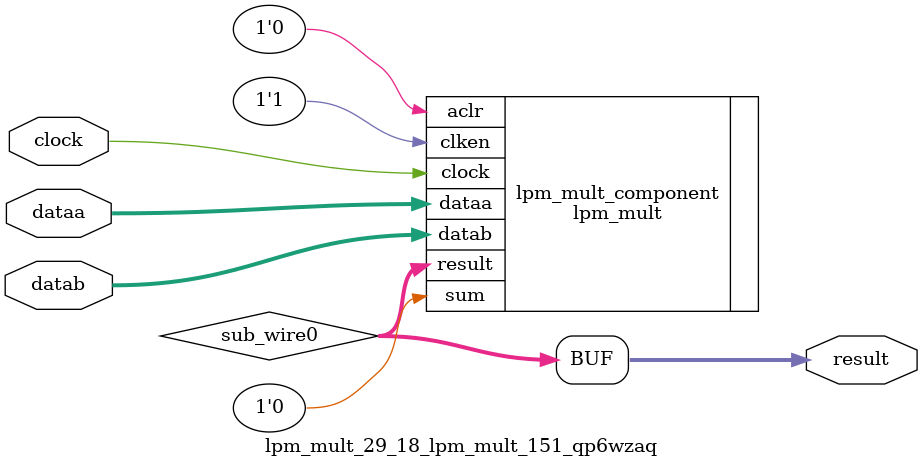
<source format=v>


`timescale 1 ps / 1 ps
// synopsys translate_on
module  lpm_mult_29_18_lpm_mult_151_qp6wzaq  (
            clock,
            dataa,
            datab,
            result);

            input  clock;
            input [28:0] dataa;
            input [17:0] datab;
            output [46:0] result;

            wire [46:0] sub_wire0;
            wire [46:0] result = sub_wire0[46:0];    

            lpm_mult        lpm_mult_component (
                                        .clock (clock),
                                        .dataa (dataa),
                                        .datab (datab),
                                        .result (sub_wire0),
                                        .aclr (1'b0),
                                        .clken (1'b1),
                                        .sum (1'b0));
            defparam
                    lpm_mult_component.lpm_hint = "MAXIMIZE_SPEED=9",
                    lpm_mult_component.lpm_pipeline = 2,
                    lpm_mult_component.lpm_representation = "SIGNED",
                    lpm_mult_component.lpm_type = "LPM_MULT",
                    lpm_mult_component.lpm_widtha = 29,
                    lpm_mult_component.lpm_widthb = 18,
                    lpm_mult_component.lpm_widthp = 47;


endmodule



</source>
